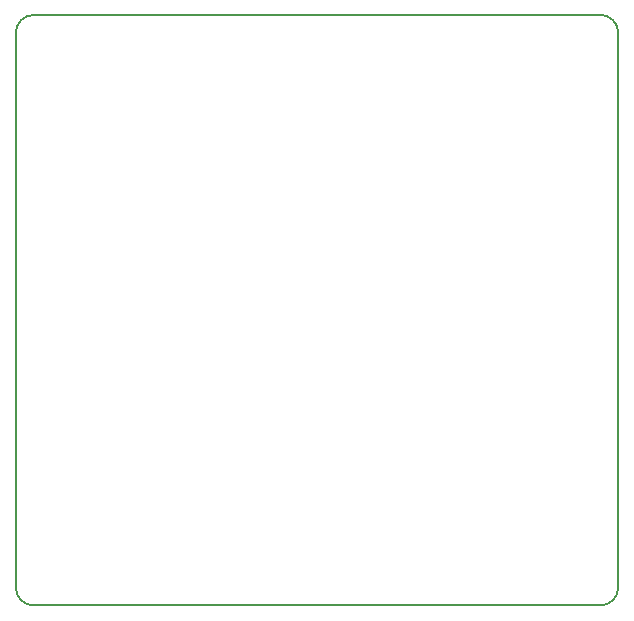
<source format=gm1>
%TF.GenerationSoftware,KiCad,Pcbnew,5.1.5+dfsg1-2build2*%
%TF.CreationDate,2021-01-07T13:00:26+01:00*%
%TF.ProjectId,TopConnectionBoard-ConnectorBoard,546f7043-6f6e-46e6-9563-74696f6e426f,rev?*%
%TF.SameCoordinates,Original*%
%TF.FileFunction,Profile,NP*%
%FSLAX46Y46*%
G04 Gerber Fmt 4.6, Leading zero omitted, Abs format (unit mm)*
G04 Created by KiCad (PCBNEW 5.1.5+dfsg1-2build2) date 2021-01-07 13:00:26*
%MOMM*%
%LPD*%
G04 APERTURE LIST*
%ADD10C,0.127000*%
G04 APERTURE END LIST*
D10*
X117500000Y-135000000D02*
G75*
G02X116000000Y-133500000I0J1500000D01*
G01*
X116000000Y-86500000D02*
G75*
G02X117500000Y-85000000I1500000J0D01*
G01*
X167000000Y-133500000D02*
G75*
G02X165500000Y-135000000I-1500000J0D01*
G01*
X165500000Y-85000000D02*
G75*
G02X167000000Y-86500000I0J-1500000D01*
G01*
X117500000Y-85000000D02*
X165500000Y-85000000D01*
X116000000Y-133500000D02*
X116000000Y-86500000D01*
X165500000Y-135000000D02*
X117500000Y-135000000D01*
X167000000Y-86500000D02*
X167000000Y-133500000D01*
M02*

</source>
